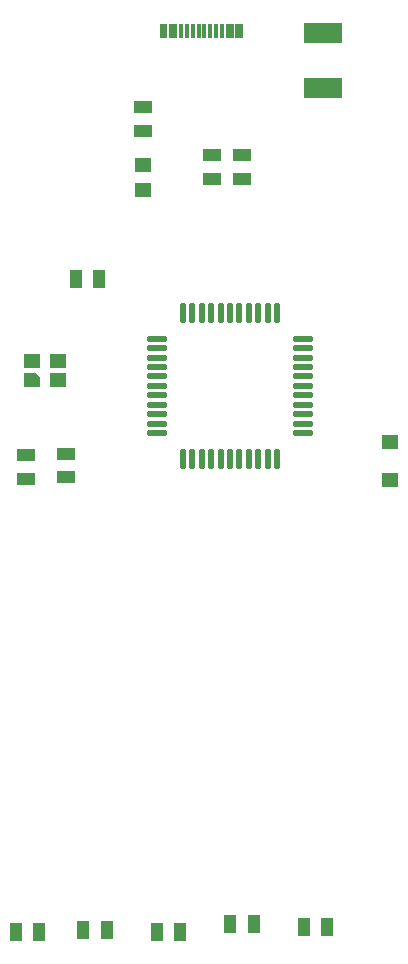
<source format=gtp>
G04 Layer: TopPasteMaskLayer*
G04 EasyEDA v6.5.22, 2023-03-28 13:18:53*
G04 9d449dd0c0e0408fbd9c808f7c3628e3,f128b93731b54af8bf61243348d08170,10*
G04 Gerber Generator version 0.2*
G04 Scale: 100 percent, Rotated: No, Reflected: No *
G04 Dimensions in inches *
G04 leading zeros omitted , absolute positions ,3 integer and 6 decimal *
%FSLAX36Y36*%
%MOIN*%

%AMMACRO1*4,1,5,-0.0276,0.0226,0.0133,0.0226,0.0276,0.0077,0.0276,-0.0226,-0.0276,-0.0226,-0.0276,0.0226,0*%
%ADD10R,0.1299X0.0701*%
%ADD11O,0.019684999999999998X0.070866*%
%ADD12O,0.070866X0.019684999999999998*%
%ADD13R,0.0394X0.0610*%
%ADD14R,0.0610X0.0394*%
%ADD15R,0.0551X0.0512*%
%ADD16R,0.0551X0.0453*%
%ADD17MACRO1*%
%ADD18R,0.0118X0.0512*%
%ADD19R,0.0551X0.0472*%

%LPD*%
D10*
G01*
X2695000Y2884259D03*
G01*
X2695000Y3065740D03*
D11*
G01*
X2542479Y2134090D03*
G01*
X2510979Y2134090D03*
G01*
X2479489Y2134090D03*
G01*
X2447990Y2134090D03*
G01*
X2416499Y2134090D03*
G01*
X2385000Y2134090D03*
G01*
X2353500Y2134090D03*
G01*
X2322010Y2134090D03*
G01*
X2290510Y2134090D03*
G01*
X2259020Y2134090D03*
G01*
X2227520Y2134090D03*
D12*
G01*
X2140910Y2047480D03*
G01*
X2140910Y2015979D03*
G01*
X2140910Y1984490D03*
G01*
X2140910Y1952989D03*
G01*
X2140910Y1921500D03*
G01*
X2140910Y1890000D03*
G01*
X2140910Y1858499D03*
G01*
X2140910Y1827010D03*
G01*
X2140910Y1795509D03*
G01*
X2140910Y1764020D03*
G01*
X2140910Y1732519D03*
D11*
G01*
X2227520Y1645909D03*
G01*
X2259020Y1645909D03*
G01*
X2290510Y1645909D03*
G01*
X2322010Y1645909D03*
G01*
X2353500Y1645909D03*
G01*
X2385000Y1645909D03*
G01*
X2416499Y1645909D03*
G01*
X2447990Y1645909D03*
G01*
X2479489Y1645909D03*
G01*
X2510979Y1645909D03*
G01*
X2542479Y1645909D03*
D12*
G01*
X2629089Y1732519D03*
G01*
X2629089Y1764020D03*
G01*
X2629089Y1795509D03*
G01*
X2629089Y1827010D03*
G01*
X2629089Y1858499D03*
G01*
X2629089Y1890000D03*
G01*
X2629089Y1921500D03*
G01*
X2629089Y1952989D03*
G01*
X2629089Y1984490D03*
G01*
X2629089Y2015979D03*
G01*
X2629089Y2047480D03*
D13*
G01*
X2385630Y95000D03*
G01*
X2464369Y95000D03*
G01*
X2140630Y70000D03*
G01*
X2219369Y70000D03*
G01*
X2630630Y85000D03*
G01*
X2709369Y85000D03*
G01*
X1670630Y70000D03*
G01*
X1749369Y70000D03*
D14*
G01*
X2095000Y2819369D03*
G01*
X2095000Y2740630D03*
D15*
G01*
X2095000Y2626350D03*
G01*
X2095000Y2543649D03*
D16*
G01*
X1813310Y1971500D03*
D17*
G01*
X1726687Y1908504D03*
D16*
G01*
X1726689Y1971500D03*
G01*
X1813310Y1908499D03*
D13*
G01*
X1870630Y2245000D03*
G01*
X1949369Y2245000D03*
D18*
G01*
X2421890Y3071720D03*
G01*
X2410079Y3071720D03*
G01*
X2390389Y3071720D03*
G01*
X2378580Y3071720D03*
G01*
X2358900Y3071680D03*
G01*
X2339210Y3071720D03*
G01*
X2319530Y3071720D03*
G01*
X2299840Y3071720D03*
G01*
X2280159Y3071720D03*
G01*
X2260469Y3071720D03*
G01*
X2240799Y3071680D03*
G01*
X2221099Y3071720D03*
G01*
X2201419Y3071720D03*
G01*
X2189600Y3071720D03*
G01*
X2169920Y3071720D03*
G01*
X2158109Y3071720D03*
D13*
G01*
X1895630Y75000D03*
G01*
X1974369Y75000D03*
D14*
G01*
X2325000Y2580630D03*
G01*
X2325000Y2659369D03*
G01*
X2425000Y2580630D03*
G01*
X2425000Y2659369D03*
G01*
X1705000Y1580630D03*
G01*
X1705000Y1659369D03*
G01*
X1840000Y1585630D03*
G01*
X1840000Y1664369D03*
D19*
G01*
X2920000Y1576999D03*
G01*
X2920000Y1703000D03*
M02*

</source>
